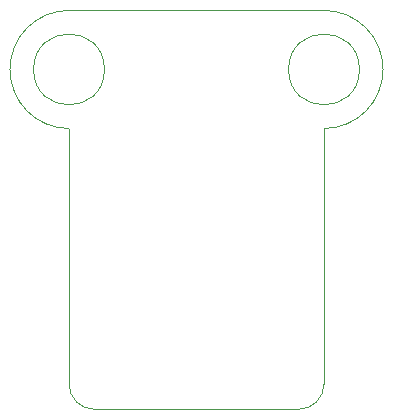
<source format=gbr>
%TF.GenerationSoftware,KiCad,Pcbnew,(6.0.4)*%
%TF.CreationDate,2022-05-01T14:08:42+08:00*%
%TF.ProjectId,OneKey,4f6e654b-6579-42e6-9b69-6361645f7063,rev?*%
%TF.SameCoordinates,Original*%
%TF.FileFunction,Profile,NP*%
%FSLAX46Y46*%
G04 Gerber Fmt 4.6, Leading zero omitted, Abs format (unit mm)*
G04 Created by KiCad (PCBNEW (6.0.4)) date 2022-05-01 14:08:42*
%MOMM*%
%LPD*%
G01*
G04 APERTURE LIST*
%TA.AperFunction,Profile*%
%ADD10C,0.100000*%
%TD*%
G04 APERTURE END LIST*
D10*
X160274000Y-86454000D02*
X160274000Y-108077000D01*
X163274000Y-81454000D02*
G75*
G03*
X163274000Y-81454000I-3000000J0D01*
G01*
X138684000Y-76454000D02*
G75*
G03*
X138684000Y-86454000I0J-5000000D01*
G01*
X138684000Y-76454000D02*
X160274000Y-76454000D01*
X158115000Y-110236000D02*
X140843000Y-110236000D01*
X141684000Y-81454000D02*
G75*
G03*
X141684000Y-81454000I-3000000J0D01*
G01*
X160274000Y-86454000D02*
G75*
G03*
X160274000Y-76454000I0J5000000D01*
G01*
X158115000Y-110236000D02*
G75*
G03*
X160274000Y-108077000I0J2159000D01*
G01*
X138684000Y-108077000D02*
X138684000Y-86454000D01*
X138684000Y-108077000D02*
G75*
G03*
X140843000Y-110236000I2159000J0D01*
G01*
M02*

</source>
